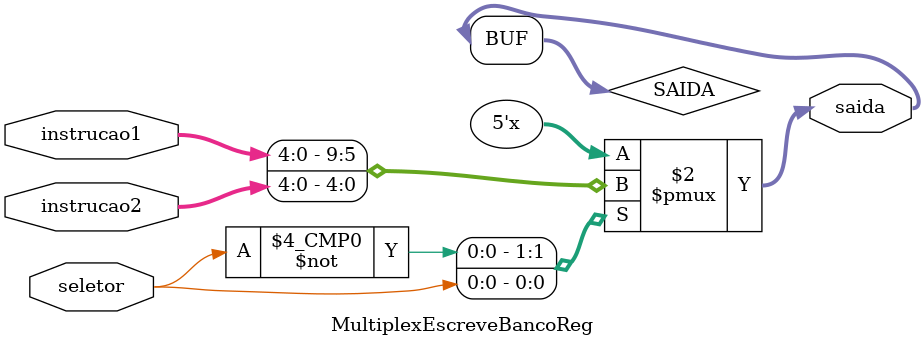
<source format=v>
module MultiplexEscreveBancoReg(
	input wire[4:0] instrucao1,
	input wire[4:0] instrucao2,
	input wire seletor, // Sinal do controle
	output wire[4:0] saida
);

reg[4:0] SAIDA;

always @ (seletor or instrucao1 or instrucao2)
	begin
		case(seletor)
			0: SAIDA <= instrucao1;
			1: SAIDA <= instrucao2;
			default: SAIDA <= 0;
		endcase
end

assign saida = SAIDA;

endmodule

</source>
